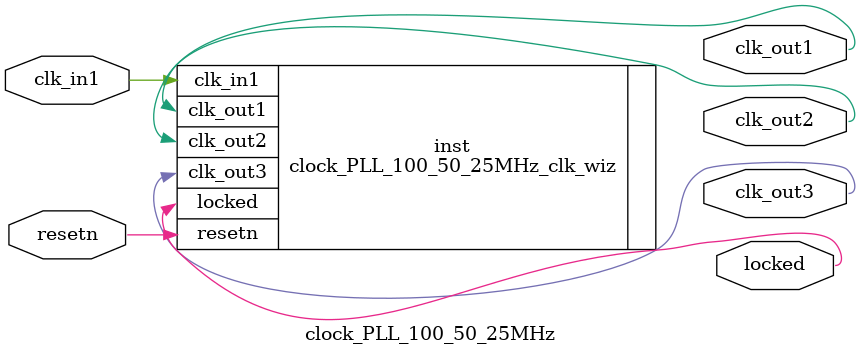
<source format=v>


`timescale 1ps/1ps

(* CORE_GENERATION_INFO = "clock_PLL_100_50_25MHz,clk_wiz_v6_0_8_0_0,{component_name=clock_PLL_100_50_25MHz,use_phase_alignment=true,use_min_o_jitter=false,use_max_i_jitter=false,use_dyn_phase_shift=false,use_inclk_switchover=false,use_dyn_reconfig=false,enable_axi=0,feedback_source=FDBK_AUTO,PRIMITIVE=MMCM,num_out_clk=3,clkin1_period=10.000,clkin2_period=10.000,use_power_down=false,use_reset=true,use_locked=true,use_inclk_stopped=false,feedback_type=SINGLE,CLOCK_MGR_TYPE=NA,manual_override=false}" *)

module clock_PLL_100_50_25MHz 
 (
  // Clock out ports
  output        clk_out1,
  output        clk_out2,
  output        clk_out3,
  // Status and control signals
  input         resetn,
  output        locked,
 // Clock in ports
  input         clk_in1
 );

  clock_PLL_100_50_25MHz_clk_wiz inst
  (
  // Clock out ports  
  .clk_out1(clk_out1),
  .clk_out2(clk_out2),
  .clk_out3(clk_out3),
  // Status and control signals               
  .resetn(resetn), 
  .locked(locked),
 // Clock in ports
  .clk_in1(clk_in1)
  );

endmodule

</source>
